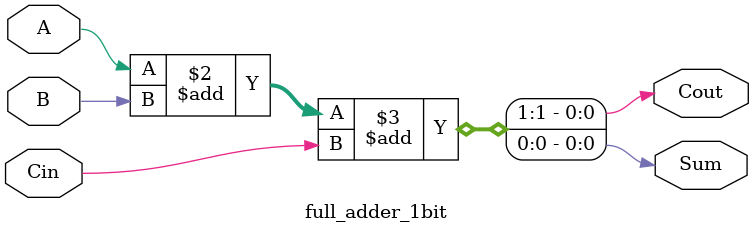
<source format=v>
module full_adder_1bit (
    input A, B, Cin,
    output reg Sum, Cout
);

always @(*) begin
    {Cout, Sum} = A + B + Cin;  
end

endmodule

</source>
